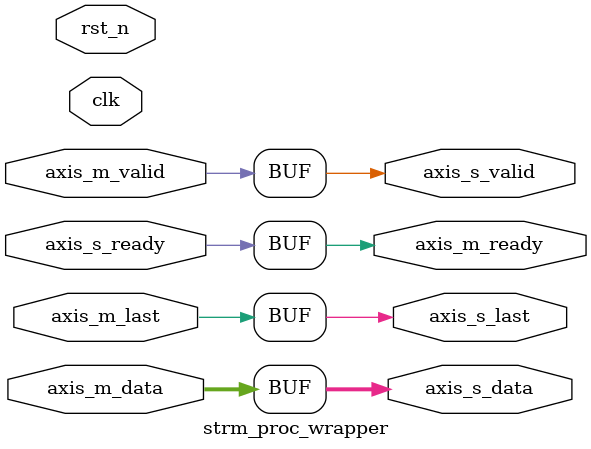
<source format=sv>
module strm_proc_wrapper #(
)(
  input  [7:0] axis_m_data,
  input        axis_m_valid,
  output       axis_m_ready,
  input        axis_m_last,

  output [7:0] axis_s_data,
  output       axis_s_valid,
  input        axis_s_ready,
  output       axis_s_last,

  input        clk,
  input        rst_n
);

  assign axis_s_data  = axis_m_data;
  assign axis_s_valid = axis_m_valid;
  assign axis_m_ready = axis_s_ready;
  assign axis_s_last  = axis_m_last;

endmodule

</source>
